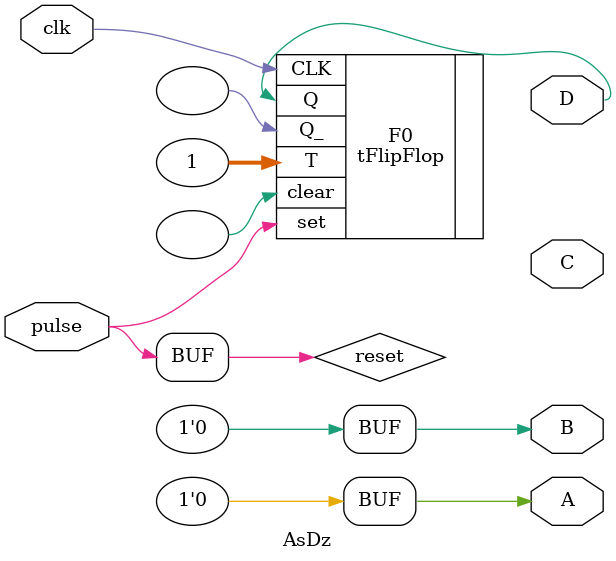
<source format=v>
module AsDz (pulse, clk, A, B, C, D);
	
	// Declaração de entradas e saídas
	input clk, pulse;
	output A, B, C, D;
	
	not (A, 1);
	not (B, 1);

	// Lógica de reset
  wire reset;
  and and6 (reset, pulse);
	
	tFlipFlop F0(
	.T(1),
	.clear(),
	.CLK(clk),
	.Q(D),
	.Q_(),
	.set(reset)
	);
	
	
endmodule

</source>
